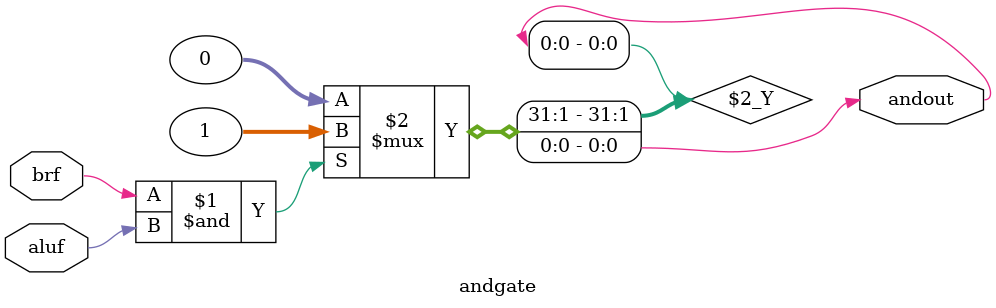
<source format=sv>
`timescale 1ns / 1ps


module andgate
    (input logic  brf, 
     input logic  aluf,
     output logic andout);

assign andout = (brf & aluf) ? 1 : 0;

endmodule

</source>
